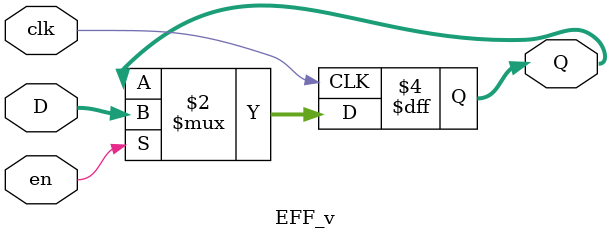
<source format=v>
module EFF_v (input en,
				  input clk,
				  input [32:0] D,
				  output reg [32:0] Q);
	always@ (posedge clk) begin
		if (en)
			Q <= D;
	end
endmodule
</source>
